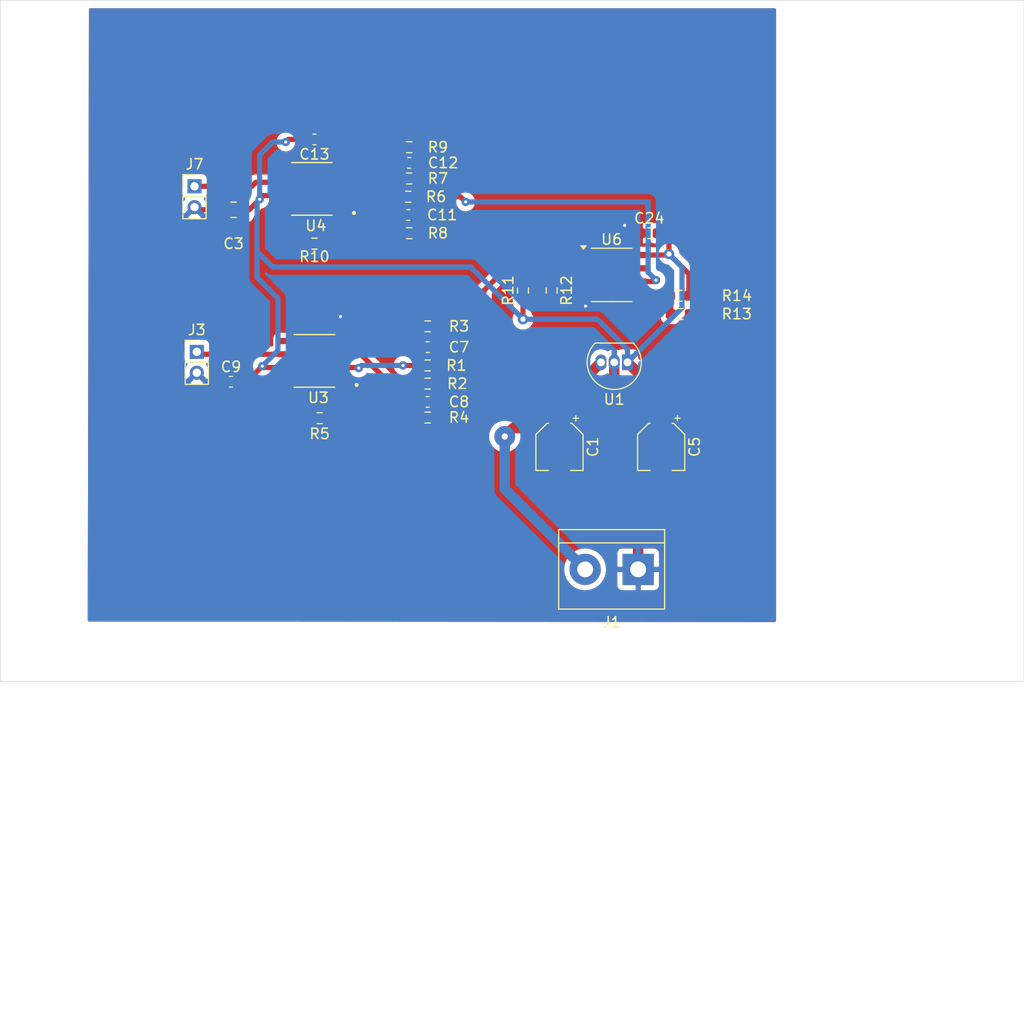
<source format=kicad_pcb>
(kicad_pcb (version 20241229) (generator "pcbnew") (generator_version "9.0")
  (layers (0 "F.Cu" signal) (2 "B.Cu" signal) (13 "F.Paste" user) (15 "B.Paste" user) (5 "F.SilkS" user "F.Silkscreen") (7 "B.SilkS" user "B.Silkscreen") (1 "F.Mask" user) (3 "B.Mask" user) (25 "Edge.Cuts" user))
  (net 0 "")
  (net 1 "GNDA")
  (net 2 "Net-(J1-Pin_2)")
  (net 3 "Net-(C7-Pad1)")
  (net 4 "Net-(C11-Pad1)")
  (net 5 "Net-(C8-Pad2)")
  (net 6 "/vs1_11")
  (net 7 "/vs2_11")
  (net 8 "/vp")
  (net 9 "Net-(C12-Pad2)")
  (net 10 "/vs1_21")
  (net 11 "/vs2_21")
  (net 12 "Net-(R5-Pad1)")
  (net 13 "Net-(R10-Pad1)")
  (net 14 "Net-(U3-V-IN)")
  (net 15 "Net-(U3-V+IN)")
  (net 16 "Net-(U4-V-IN)")
  (net 17 "Net-(U4-V+IN)")
  (net 18 "/instrumentationAmp/vo")
  (net 19 "/instrumentationAmp1/vo")
  (net 20 "/vRef1")
  (net 21 "/vRef2")
  (net 24 "/single_supply_voltage_buffer/vDiv1")
  (net 25 "/single_supply_voltage_buffer/vDiv2")
  (footprint "Resistor_SMD:R_0603_1608Metric_Pad0.98x0.95mm_HandSolder" (layer "F.Cu") (at 201.3375 65)
    (property "Reference" "R8" (at 2.75 0 0) (layer "F.SilkS"))
    (property "Value" "47")
    (fp_line (start -0.254724 -0.5225) (end 0.254724 -0.5225) (stroke (width 0.12)) (layer "F.SilkS"))
    (fp_line (start -0.254724 0.5225) (end 0.254724 0.5225) (stroke (width 0.12)) (layer "F.SilkS"))
    (pad "1" smd roundrect (at -0.9125 0) (size 0.975 0.95) (layers "F.Cu" "F.Mask" "F.Paste") (net 10 "/vs1_21"))
    (pad "2" smd roundrect (at 0.9125 0) (size 0.975 0.95) (layers "F.Cu" "F.Mask" "F.Paste") (net 4 "Net-(C11-Pad1)"))
  )
  (footprint "Resistor_SMD:R_0603_1608Metric_Pad0.98x0.95mm_HandSolder" (layer "F.Cu") (at 192.25 66)
    (property "Reference" "R10" (at 0 1.25 0) (layer "F.SilkS"))
    (property "Value" "R")
    (fp_line (start -0.254724 -0.5225) (end 0.254724 -0.5225) (stroke (width 0.12)) (layer "F.SilkS"))
    (fp_line (start -0.254724 0.5225) (end 0.254724 0.5225) (stroke (width 0.12)) (layer "F.SilkS"))
    (pad "1" smd roundrect (at -0.9125 0) (size 0.975 0.95) (layers "F.Cu" "F.Mask" "F.Paste") (net 13 "Net-(R10-Pad1)"))
    (pad "2" smd roundrect (at 0.9125 0) (size 0.975 0.95) (layers "F.Cu" "F.Mask" "F.Paste") (net 13 "Net-(R10-Pad1)"))
  )
  (footprint "Resistor_SMD:R_0603_1608Metric_Pad0.98x0.95mm_HandSolder" (layer "F.Cu") (at 201.3375 59.75 180)
    (property "Reference" "R7" (at -2.75 0 0) (layer "F.SilkS"))
    (property "Value" "1M")
    (fp_line (start -0.254724 0.5225) (end 0.254724 0.5225) (stroke (width 0.12)) (layer "F.SilkS"))
    (fp_line (start -0.254724 -0.5225) (end 0.254724 -0.5225) (stroke (width 0.12)) (layer "F.SilkS"))
    (pad "1" smd roundrect (at -0.9125 0 180) (size 0.975 0.95) (layers "F.Cu" "F.Mask" "F.Paste") (net 21 "/vRef2"))
    (pad "2" smd roundrect (at 0.9125 0 180) (size 0.975 0.95) (layers "F.Cu" "F.Mask" "F.Paste") (net 17 "Net-(U4-V+IN)"))
  )
  (footprint "Capacitor_SMD:C_0603_1608Metric_Pad1.08x0.95mm_HandSolder" (layer "F.Cu") (at 201.3375 58.25)
    (property "Reference" "C12" (at 3.25 0 0) (layer "F.SilkS"))
    (property "Value" "4.7u")
    (fp_line (start -0.146267 -0.51) (end 0.146267 -0.51) (stroke (width 0.12)) (layer "F.SilkS"))
    (fp_line (start -0.146267 0.51) (end 0.146267 0.51) (stroke (width 0.12)) (layer "F.SilkS"))
    (pad "1" smd roundrect (at -0.8625 0) (size 1.075 0.95) (layers "F.Cu" "F.Mask" "F.Paste") (net 17 "Net-(U4-V+IN)"))
    (pad "2" smd roundrect (at 0.8625 0) (size 1.075 0.95) (layers "F.Cu" "F.Mask" "F.Paste") (net 9 "Net-(C12-Pad2)"))
  )
  (footprint "MountingHole:MountingHole_3.2mm_M3" (layer "F.Cu") (at 256.1576 46.9)
    (property "Reference" "REF**" (hide yes))
    (property "Value" "MountingHole_3.2mm_M3" (hide yes))
    (pad "" np_thru_hole circle (at 0 0) (size 3.2 3.2) (drill 3.2) (layers "*.Cu" "*.Mask"))
  )
  (footprint "Capacitor_SMD:C_0603_1608Metric_Pad1.08x0.95mm_HandSolder" (layer "F.Cu") (at 224.3625 65)
    (property "Reference" "C24" (at 0 -1.43 0) (layer "F.SilkS"))
    (property "Value" "100n")
    (fp_line (start -0.146267 -0.51) (end 0.146267 -0.51) (stroke (width 0.12)) (layer "F.SilkS"))
    (fp_line (start -0.146267 0.51) (end 0.146267 0.51) (stroke (width 0.12)) (layer "F.SilkS"))
    (pad "1" smd roundrect (at -0.8625 0) (size 1.075 0.95) (layers "F.Cu" "F.Mask" "F.Paste") (net 1 "GNDA"))
    (pad "2" smd roundrect (at 0.8625 0) (size 1.075 0.95) (layers "F.Cu" "F.Mask" "F.Paste") (net 8 "/vp"))
  )
  (footprint "Connector_PinHeader_2.00mm:PinHeader_1x02_P2.00mm_Vertical" (layer "F.Cu") (at 180.97 76.385)
    (property "Reference" "J3" (at 0 -2.11 0) (layer "F.SilkS"))
    (property "Value" "Conn_01x02_Pin")
    (fp_line (start -1.11 -1.11) (end 0 -1.11) (stroke (width 0.12)) (layer "F.SilkS"))
    (fp_line (start -1.11 0) (end -1.11 -1.11) (stroke (width 0.12)) (layer "F.SilkS"))
    (fp_line (start -1.11 1) (end -1.11 3.11) (stroke (width 0.12)) (layer "F.SilkS"))
    (fp_line (start -1.11 1) (end 1.11 1) (stroke (width 0.12)) (layer "F.SilkS"))
    (fp_line (start -1.11 3.11) (end 1.11 3.11) (stroke (width 0.12)) (layer "F.SilkS"))
    (fp_line (start 1.11 1) (end 1.11 3.11) (stroke (width 0.12)) (layer "F.SilkS"))
    (pad "1" thru_hole rect (at 0 0) (size 1.35 1.35) (drill 0.8) (layers "*.Cu" "*.Mask") (net 18 "/instrumentationAmp/vo"))
    (pad "2" thru_hole circle (at 0 2) (size 1.35 1.35) (drill 0.8) (layers "*.Cu" "*.Mask") (net 1 "GNDA"))
  )
  (footprint "Capacitor_SMD:CP_Elec_4x4.5" (layer "F.Cu") (at 225.5 85.5 -90)
    (property "Reference" "C5" (at 0 -3.2 90) (layer "F.SilkS"))
    (property "Value" "10u")
    (fp_line (start -1.195563 2.26) (end 2.26 2.26) (stroke (width 0.12)) (layer "F.SilkS"))
    (fp_line (start 2.26 2.26) (end 2.26 1.06) (stroke (width 0.12)) (layer "F.SilkS"))
    (fp_line (start -2.26 1.195563) (end -1.195563 2.26) (stroke (width 0.12)) (layer "F.SilkS"))
    (fp_line (start -2.26 1.195563) (end -2.26 1.06) (stroke (width 0.12)) (layer "F.SilkS"))
    (fp_line (start -2.26 -1.195563) (end -2.26 -1.06) (stroke (width 0.12)) (layer "F.SilkS"))
    (fp_line (start -2.26 -1.195563) (end -1.195563 -2.26) (stroke (width 0.12)) (layer "F.SilkS"))
    (fp_line (start -3 -1.56) (end -2.5 -1.56) (stroke (width 0.12)) (layer "F.SilkS"))
    (fp_line (start -2.75 -1.81) (end -2.75 -1.31) (stroke (width 0.12)) (layer "F.SilkS"))
    (fp_line (start -1.195563 -2.26) (end 2.26 -2.26) (stroke (width 0.12)) (layer "F.SilkS"))
    (fp_line (start 2.26 -2.26) (end 2.26 -1.06) (stroke (width 0.12)) (layer "F.SilkS"))
    (pad "1" smd roundrect (at -1.8 0 270) (size 2.6 1.6) (layers "F.Cu" "F.Mask" "F.Paste") (roundrect_rratio 0.15625) (net 8 "/vp"))
    (pad "2" smd roundrect (at 1.8 0 270) (size 2.6 1.6) (layers "F.Cu" "F.Mask" "F.Paste") (roundrect_rratio 0.15625) (net 1 "GNDA"))
  )
  (footprint "Capacitor_SMD:C_0603_1608Metric_Pad1.08x0.95mm_HandSolder" (layer "F.Cu") (at 192.25 56 180)
    (property "Reference" "C13" (at 0 -1.43 0) (layer "F.SilkS"))
    (property "Value" "100n")
    (fp_line (start -0.146267 0.51) (end 0.146267 0.51) (stroke (width 0.12)) (layer "F.SilkS"))
    (fp_line (start -0.146267 -0.51) (end 0.146267 -0.51) (stroke (width 0.12)) (layer "F.SilkS"))
    (pad "1" smd roundrect (at -0.8625 0 180) (size 1.075 0.95) (layers "F.Cu" "F.Mask" "F.Paste") (net 1 "GNDA"))
    (pad "2" smd roundrect (at 0.8625 0 180) (size 1.075 0.95) (layers "F.Cu" "F.Mask" "F.Paste") (net 8 "/vp"))
  )
  (footprint "Resistor_SMD:R_0603_1608Metric_Pad0.98x0.95mm_HandSolder" (layer "F.Cu") (at 201.25 61.5 180)
    (property "Reference" "R6" (at -2.6625 0 0) (layer "F.SilkS"))
    (property "Value" "1M")
    (fp_line (start -0.254724 0.5225) (end 0.254724 0.5225) (stroke (width 0.12)) (layer "F.SilkS"))
    (fp_line (start -0.254724 -0.5225) (end 0.254724 -0.5225) (stroke (width 0.12)) (layer "F.SilkS"))
    (pad "1" smd roundrect (at -0.9125 0 180) (size 0.975 0.95) (layers "F.Cu" "F.Mask" "F.Paste") (net 21 "/vRef2"))
    (pad "2" smd roundrect (at 0.9125 0 180) (size 0.975 0.95) (layers "F.Cu" "F.Mask" "F.Paste") (net 16 "Net-(U4-V-IN)"))
  )
  (footprint "Resistor_SMD:R_0603_1608Metric_Pad0.98x0.95mm_HandSolder" (layer "F.Cu") (at 215 70.5 -90)
    (property "Reference" "R12" (at 0 -1.43 90) (layer "F.SilkS"))
    (property "Value" "1M")
    (fp_line (start -0.254724 0.5225) (end 0.254724 0.5225) (stroke (width 0.12)) (layer "F.SilkS"))
    (fp_line (start -0.254724 -0.5225) (end 0.254724 -0.5225) (stroke (width 0.12)) (layer "F.SilkS"))
    (pad "1" smd roundrect (at -0.9125 0 270) (size 0.975 0.95) (layers "F.Cu" "F.Mask" "F.Paste") (net 24 "/single_supply_voltage_buffer/vDiv1"))
    (pad "2" smd roundrect (at 0.9125 0 270) (size 0.975 0.95) (layers "F.Cu" "F.Mask" "F.Paste") (net 1 "GNDA"))
  )
  (footprint "Resistor_SMD:R_0603_1608Metric_Pad0.98x0.95mm_HandSolder" (layer "F.Cu") (at 192.75 82.75)
    (property "Reference" "R5" (at 0 1.5 0) (layer "F.SilkS"))
    (property "Value" "R")
    (fp_line (start -0.254724 -0.5225) (end 0.254724 -0.5225) (stroke (width 0.12)) (layer "F.SilkS"))
    (fp_line (start -0.254724 0.5225) (end 0.254724 0.5225) (stroke (width 0.12)) (layer "F.SilkS"))
    (pad "1" smd roundrect (at -0.9125 0) (size 0.975 0.95) (layers "F.Cu" "F.Mask" "F.Paste") (net 12 "Net-(R5-Pad1)"))
    (pad "2" smd roundrect (at 0.9125 0) (size 0.975 0.95) (layers "F.Cu" "F.Mask" "F.Paste") (net 12 "Net-(R5-Pad1)"))
  )
  (footprint "Resistor_SMD:R_0603_1608Metric_Pad0.98x0.95mm_HandSolder" (layer "F.Cu") (at 203.1125 82.685)
    (property "Reference" "R4" (at 3 0 0) (layer "F.SilkS"))
    (property "Value" "R")
    (fp_line (start -0.254724 -0.5225) (end 0.254724 -0.5225) (stroke (width 0.12)) (layer "F.SilkS"))
    (fp_line (start -0.254724 0.5225) (end 0.254724 0.5225) (stroke (width 0.12)) (layer "F.SilkS"))
    (pad "1" smd roundrect (at -0.9125 0) (size 0.975 0.95) (layers "F.Cu" "F.Mask" "F.Paste") (net 7 "/vs2_11"))
    (pad "2" smd roundrect (at 0.9125 0) (size 0.975 0.95) (layers "F.Cu" "F.Mask" "F.Paste") (net 5 "Net-(C8-Pad2)"))
  )
  (footprint "Connector_PinHeader_2.00mm:PinHeader_1x02_P2.00mm_Vertical" (layer "F.Cu") (at 180.75 60.5)
    (property "Reference" "J7" (at 0 -2.11 0) (layer "F.SilkS"))
    (property "Value" "Conn_01x02_Pin")
    (fp_line (start -1.11 -1.11) (end 0 -1.11) (stroke (width 0.12)) (layer "F.SilkS"))
    (fp_line (start -1.11 0) (end -1.11 -1.11) (stroke (width 0.12)) (layer "F.SilkS"))
    (fp_line (start -1.11 1) (end -1.11 3.11) (stroke (width 0.12)) (layer "F.SilkS"))
    (fp_line (start -1.11 1) (end 1.11 1) (stroke (width 0.12)) (layer "F.SilkS"))
    (fp_line (start -1.11 3.11) (end 1.11 3.11) (stroke (width 0.12)) (layer "F.SilkS"))
    (fp_line (start 1.11 1) (end 1.11 3.11) (stroke (width 0.12)) (layer "F.SilkS"))
    (pad "1" thru_hole rect (at 0 0) (size 1.35 1.35) (drill 0.8) (layers "*.Cu" "*.Mask") (net 19 "/instrumentationAmp1/vo"))
    (pad "2" thru_hole circle (at 0 2) (size 1.35 1.35) (drill 0.8) (layers "*.Cu" "*.Mask") (net 1 "GNDA"))
  )
  (footprint "Capacitor_SMD:C_0603_1608Metric_Pad1.08x0.95mm_HandSolder" (layer "F.Cu") (at 203.1125 81.185)
    (property "Reference" "C8" (at 3 0 0) (layer "F.SilkS"))
    (property "Value" "4.7u")
    (fp_line (start -0.146267 -0.51) (end 0.146267 -0.51) (stroke (width 0.12)) (layer "F.SilkS"))
    (fp_line (start -0.146267 0.51) (end 0.146267 0.51) (stroke (width 0.12)) (layer "F.SilkS"))
    (pad "1" smd roundrect (at -0.8625 0) (size 1.075 0.95) (layers "F.Cu" "F.Mask" "F.Paste") (net 15 "Net-(U3-V+IN)"))
    (pad "2" smd roundrect (at 0.8625 0) (size 1.075 0.95) (layers "F.Cu" "F.Mask" "F.Paste") (net 5 "Net-(C8-Pad2)"))
  )
  (footprint "Resistor_SMD:R_0603_1608Metric_Pad0.98x0.95mm_HandSolder" (layer "F.Cu") (at 227.3375 72.75)
    (property "Reference" "R14" (at 5.4125 -1.75 0) (layer "F.SilkS"))
    (property "Value" "1M")
    (fp_line (start -0.254724 -0.5225) (end 0.254724 -0.5225) (stroke (width 0.12)) (layer "F.SilkS"))
    (fp_line (start -0.254724 0.5225) (end 0.254724 0.5225) (stroke (width 0.12)) (layer "F.SilkS"))
    (pad "1" smd roundrect (at -0.9125 0) (size 0.975 0.95) (layers "F.Cu" "F.Mask" "F.Paste") (net 25 "/single_supply_voltage_buffer/vDiv2"))
    (pad "2" smd roundrect (at 0.9125 0) (size 0.975 0.95) (layers "F.Cu" "F.Mask" "F.Paste") (net 1 "GNDA"))
  )
  (footprint "Capacitor_SMD:C_0603_1608Metric_Pad1.08x0.95mm_HandSolder" (layer "F.Cu") (at 201.25 63.25 180)
    (property "Reference" "C11" (at -3.25 0 0) (layer "F.SilkS"))
    (property "Value" "4.7u")
    (fp_line (start -0.146267 0.51) (end 0.146267 0.51) (stroke (width 0.12)) (layer "F.SilkS"))
    (fp_line (start -0.146267 -0.51) (end 0.146267 -0.51) (stroke (width 0.12)) (layer "F.SilkS"))
    (pad "1" smd roundrect (at -0.8625 0 180) (size 1.075 0.95) (layers "F.Cu" "F.Mask" "F.Paste") (net 4 "Net-(C11-Pad1)"))
    (pad "2" smd roundrect (at 0.8625 0 180) (size 1.075 0.95) (layers "F.Cu" "F.Mask" "F.Paste") (net 16 "Net-(U4-V-IN)"))
  )
  (footprint "Package_TO_SOT_THT:TO-92_Inline" (layer "F.Cu") (at 222.27 77.39 180)
    (property "Reference" "U1" (at 1.27 -3.56 0) (layer "F.SilkS"))
    (property "Value" "L78L05_TO92")
    (fp_line (start -0.53 1.85) (end 3.07 1.85) (stroke (width 0.12)) (layer "F.SilkS"))
    (fp_arc (start 1.27 -2.6) (mid 3.672087 -0.994977) (end 3.108478 1.838478) (stroke (width 0.12)) (layer "F.SilkS"))
    (fp_arc (start -0.568478 1.838478) (mid -1.132087 -0.994977) (end 1.27 -2.6) (stroke (width 0.12)) (layer "F.SilkS"))
    (pad "1" thru_hole rect (at 0 0 180) (size 1.05 1.5) (drill 0.75) (layers "*.Cu" "*.Mask") (net 8 "/vp"))
    (pad "2" thru_hole oval (at 1.27 0 180) (size 1.05 1.5) (drill 0.75) (layers "*.Cu" "*.Mask") (net 1 "GNDA"))
    (pad "3" thru_hole oval (at 2.54 0 180) (size 1.05 1.5) (drill 0.75) (layers "*.Cu" "*.Mask") (net 2 "Net-(J1-Pin_2)"))
  )
  (footprint "Resistor_SMD:R_0603_1608Metric_Pad0.98x0.95mm_HandSolder" (layer "F.Cu") (at 227.25 71 180)
    (property "Reference" "R13" (at -5.5 -1.75 0) (layer "F.SilkS"))
    (property "Value" "1M")
    (fp_line (start -0.254724 0.5225) (end 0.254724 0.5225) (stroke (width 0.12)) (layer "F.SilkS"))
    (fp_line (start -0.254724 -0.5225) (end 0.254724 -0.5225) (stroke (width 0.12)) (layer "F.SilkS"))
    (pad "1" smd roundrect (at -0.9125 0 180) (size 0.975 0.95) (layers "F.Cu" "F.Mask" "F.Paste") (net 8 "/vp"))
    (pad "2" smd roundrect (at 0.9125 0 180) (size 0.975 0.95) (layers "F.Cu" "F.Mask" "F.Paste") (net 25 "/single_supply_voltage_buffer/vDiv2"))
  )
  (footprint "TerminalBlock:TerminalBlock_bornier-2_P5.08mm" (layer "F.Cu") (at 223.29 97.25 180)
    (property "Reference" "J1" (at 2.54 -5.08 0) (layer "F.SilkS"))
    (property "Value" "VRAW LVPos")
    (fp_line (start 7.62 3.81) (end 7.62 -3.81) (stroke (width 0.12)) (layer "F.SilkS"))
    (fp_line (start 7.62 2.54) (end -2.54 2.54) (stroke (width 0.12)) (layer "F.SilkS"))
    (fp_line (start 7.62 -3.81) (end -2.54 -3.81) (stroke (width 0.12)) (layer "F.SilkS"))
    (fp_line (start -2.54 3.81) (end 7.62 3.81) (stroke (width 0.12)) (layer "F.SilkS"))
    (fp_line (start -2.54 -3.81) (end -2.54 3.81) (stroke (width 0.12)) (layer "F.SilkS"))
    (pad "1" thru_hole rect (at 0 0 180) (size 3 3) (drill 1.52) (layers "*.Cu" "*.Mask") (net 1 "GNDA"))
    (pad "2" thru_hole circle (at 5.08 0 180) (size 3 3) (drill 1.52) (layers "*.Cu" "*.Mask") (net 2 "Net-(J1-Pin_2)"))
  )
  (footprint "INA155UA:SOIC127P599X175-8N" (layer "F.Cu") (at 192.25 77.25 180)
    (property "Reference" "U3" (at -0.385 -3.537 0) (layer "F.SilkS"))
    (property "Value" "INA155UA")
    (fp_line (start -1.95 2.525) (end 1.95 2.525) (stroke (width 0.127)) (layer "F.SilkS"))
    (fp_line (start -1.95 -2.525) (end 1.95 -2.525) (stroke (width 0.127)) (layer "F.SilkS"))
    (fp_circle (center -4.04 -2.305) (end -3.94 -2.305) (stroke (width 0.2)) (fill no) (layer "F.SilkS"))
    (pad "1" smd roundrect (at -2.47 -1.905 180) (size 1.97 0.6) (layers "F.Cu" "F.Mask" "F.Paste") (roundrect_rratio 0.125) (net 12 "Net-(R5-Pad1)"))
    (pad "2" smd roundrect (at -2.47 -0.635 180) (size 1.97 0.6) (layers "F.Cu" "F.Mask" "F.Paste") (roundrect_rratio 0.125) (net 14 "Net-(U3-V-IN)"))
    (pad "3" smd roundrect (at -2.47 0.635 180) (size 1.97 0.6) (layers "F.Cu" "F.Mask" "F.Paste") (roundrect_rratio 0.125) (net 15 "Net-(U3-V+IN)"))
    (pad "4" smd roundrect (at -2.47 1.905 180) (size 1.97 0.6) (layers "F.Cu" "F.Mask" "F.Paste") (roundrect_rratio 0.125) (net 1 "GNDA"))
    (pad "5" smd roundrect (at 2.47 1.905 180) (size 1.97 0.6) (layers "F.Cu" "F.Mask" "F.Paste") (roundrect_rratio 0.125))
    (pad "6" smd roundrect (at 2.47 0.635 180) (size 1.97 0.6) (layers "F.Cu" "F.Mask" "F.Paste") (roundrect_rratio 0.125) (net 18 "/instrumentationAmp/vo"))
    (pad "7" smd roundrect (at 2.47 -0.635 180) (size 1.97 0.6) (layers "F.Cu" "F.Mask" "F.Paste") (roundrect_rratio 0.125) (net 8 "/vp"))
    (pad "8" smd roundrect (at 2.47 -1.905 180) (size 1.97 0.6) (layers "F.Cu" "F.Mask" "F.Paste") (roundrect_rratio 0.125) (net 12 "Net-(R5-Pad1)"))
  )
  (footprint "Capacitor_SMD:C_0805_2012Metric" (layer "F.Cu") (at 184.5 62.75)
    (property "Reference" "C3" (at 0 3.25 0) (layer "F.SilkS"))
    (property "Value" "100n")
    (fp_line (start -0.261252 -0.735) (end 0.261252 -0.735) (stroke (width 0.12)) (layer "F.SilkS"))
    (fp_line (start -0.261252 0.735) (end 0.261252 0.735) (stroke (width 0.12)) (layer "F.SilkS"))
    (pad "1" smd roundrect (at -0.95 0) (size 1 1.45) (layers "F.Cu" "F.Mask" "F.Paste") (net 1 "GNDA"))
    (pad "2" smd roundrect (at 0.95 0) (size 1 1.45) (layers "F.Cu" "F.Mask" "F.Paste") (net 8 "/vp"))
  )
  (footprint "MountingHole:MountingHole_3.2mm_M3" (layer "F.Cu") (at 166.0576 46.87)
    (property "Reference" "REF**" (hide yes))
    (property "Value" "MountingHole_3.2mm_M3" (hide yes))
    (pad "" np_thru_hole circle (at 0 0) (size 3.2 3.2) (drill 3.2) (layers "*.Cu" "*.Mask"))
  )
  (footprint "Resistor_SMD:R_0603_1608Metric_Pad0.98x0.95mm_HandSolder" (layer "F.Cu") (at 212.25 70.5 90)
    (property "Reference" "R11" (at 0 -1.43 90) (layer "F.SilkS"))
    (property "Value" "1M")
    (fp_line (start -0.254724 -0.5225) (end 0.254724 -0.5225) (stroke (width 0.12)) (layer "F.SilkS"))
    (fp_line (start -0.254724 0.5225) (end 0.254724 0.5225) (stroke (width 0.12)) (layer "F.SilkS"))
    (pad "1" smd roundrect (at -0.9125 0 90) (size 0.975 0.95) (layers "F.Cu" "F.Mask" "F.Paste") (net 8 "/vp"))
    (pad "2" smd roundrect (at 0.9125 0 90) (size 0.975 0.95) (layers "F.Cu" "F.Mask" "F.Paste") (net 24 "/single_supply_voltage_buffer/vDiv1"))
  )
  (footprint "Resistor_SMD:R_0603_1608Metric_Pad0.98x0.95mm_HandSolder" (layer "F.Cu") (at 203.1125 79.435 180)
    (property "Reference" "R2" (at -2.8375 0 0) (layer "F.SilkS"))
    (property "Value" "1M")
    (fp_line (start -0.254724 0.5225) (end 0.254724 0.5225) (stroke (width 0.12)) (layer "F.SilkS"))
    (fp_line (start -0.254724 -0.5225) (end 0.254724 -0.5225) (stroke (width 0.12)) (layer "F.SilkS"))
    (pad "1" smd roundrect (at -0.9125 0 180) (size 0.975 0.95) (layers "F.Cu" "F.Mask" "F.Paste") (net 20 "/vRef1"))
    (pad "2" smd roundrect (at 0.9125 0 180) (size 0.975 0.95) (layers "F.Cu" "F.Mask" "F.Paste") (net 15 "Net-(U3-V+IN)"))
  )
  (footprint "INA155UA:SOIC127P599X175-8N" (layer "F.Cu") (at 192 60.75 180)
    (property "Reference" "U4" (at -0.385 -3.537 0) (layer "F.SilkS"))
    (property "Value" "INA155UA")
    (fp_line (start -1.95 2.525) (end 1.95 2.525) (stroke (width 0.127)) (layer "F.SilkS"))
    (fp_line (start -1.95 -2.525) (end 1.95 -2.525) (stroke (width 0.127)) (layer "F.SilkS"))
    (fp_circle (center -4.04 -2.305) (end -3.94 -2.305) (stroke (width 0.2)) (fill no) (layer "F.SilkS"))
    (pad "1" smd roundrect (at -2.47 -1.905 180) (size 1.97 0.6) (layers "F.Cu" "F.Mask" "F.Paste") (roundrect_rratio 0.125) (net 13 "Net-(R10-Pad1)"))
    (pad "2" smd roundrect (at -2.47 -0.635 180) (size 1.97 0.6) (layers "F.Cu" "F.Mask" "F.Paste") (roundrect_rratio 0.125) (net 16 "Net-(U4-V-IN)"))
    (pad "3" smd roundrect (at -2.47 0.635 180) (size 1.97 0.6) (layers "F.Cu" "F.Mask" "F.Paste") (roundrect_rratio 0.125) (net 17 "Net-(U4-V+IN)"))
    (pad "4" smd roundrect (at -2.47 1.905 180) (size 1.97 0.6) (layers "F.Cu" "F.Mask" "F.Paste") (roundrect_rratio 0.125) (net 1 "GNDA"))
    (pad "5" smd roundrect (at 2.47 1.905 180) (size 1.97 0.6) (layers "F.Cu" "F.Mask" "F.Paste") (roundrect_rratio 0.125))
    (pad "6" smd roundrect (at 2.47 0.635 180) (size 1.97 0.6) (layers "F.Cu" "F.Mask" "F.Paste") (roundrect_rratio 0.125) (net 19 "/instrumentationAmp1/vo"))
    (pad "7" smd roundrect (at 2.47 -0.635 180) (size 1.97 0.6) (layers "F.Cu" "F.Mask" "F.Paste") (roundrect_rratio 0.125) (net 8 "/vp"))
    (pad "8" smd roundrect (at 2.47 -1.905 180) (size 1.97 0.6) (layers "F.Cu" "F.Mask" "F.Paste") (roundrect_rratio 0.125) (net 13 "Net-(R10-Pad1)"))
  )
  (footprint "Capacitor_SMD:CP_Elec_4x4.5" (layer "F.Cu") (at 215.75 85.5 -90)
    (property "Reference" "C1" (at 0 -3.2 90) (layer "F.SilkS"))
    (property "Value" "10u")
    (fp_line (start -1.195563 2.26) (end 2.26 2.26) (stroke (width 0.12)) (layer "F.SilkS"))
    (fp_line (start 2.26 2.26) (end 2.26 1.06) (stroke (width 0.12)) (layer "F.SilkS"))
    (fp_line (start -2.26 1.195563) (end -1.195563 2.26) (stroke (width 0.12)) (layer "F.SilkS"))
    (fp_line (start -2.26 1.195563) (end -2.26 1.06) (stroke (width 0.12)) (layer "F.SilkS"))
    (fp_line (start -2.26 -1.195563) (end -2.26 -1.06) (stroke (width 0.12)) (layer "F.SilkS"))
    (fp_line (start -2.26 -1.195563) (end -1.195563 -2.26) (stroke (width 0.12)) (layer "F.SilkS"))
    (fp_line (start -3 -1.56) (end -2.5 -1.56) (stroke (width 0.12)) (layer "F.SilkS"))
    (fp_line (start -2.75 -1.81) (end -2.75 -1.31) (stroke (width 0.12)) (layer "F.SilkS"))
    (fp_line (start -1.195563 -2.26) (end 2.26 -2.26) (stroke (width 0.12)) (layer "F.SilkS"))
    (fp_line (start 2.26 -2.26) (end 2.26 -1.06) (stroke (width 0.12)) (layer "F.SilkS"))
    (pad "1" smd roundrect (at -1.8 0 270) (size 2.6 1.6) (layers "F.Cu" "F.Mask" "F.Paste") (roundrect_rratio 0.15625) (net 2 "Net-(J1-Pin_2)"))
    (pad "2" smd roundrect (at 1.8 0 270) (size 2.6 1.6) (layers "F.Cu" "F.Mask" "F.Paste") (roundrect_rratio 0.15625) (net 1 "GNDA"))
  )
  (footprint "Capacitor_SMD:C_0603_1608Metric_Pad1.08x0.95mm_HandSolder" (layer "F.Cu") (at 203.1125 75.935 180)
    (property "Reference" "C7" (at -3 0 0) (layer "F.SilkS"))
    (property "Value" "4.7u")
    (fp_line (start -0.146267 0.51) (end 0.146267 0.51) (stroke (width 0.12)) (layer "F.SilkS"))
    (fp_line (start -0.146267 -0.51) (end 0.146267 -0.51) (stroke (width 0.12)) (layer "F.SilkS"))
    (pad "1" smd roundrect (at -0.8625 0 180) (size 1.075 0.95) (layers "F.Cu" "F.Mask" "F.Paste") (net 3 "Net-(C7-Pad1)"))
    (pad "2" smd roundrect (at 0.8625 0 180) (size 1.075 0.95) (layers "F.Cu" "F.Mask" "F.Paste") (net 14 "Net-(U3-V-IN)"))
  )
  (footprint "MountingHole:MountingHole_3.2mm_M3" (layer "F.Cu") (at 166.5676 104.73)
    (property "Reference" "REF**" (hide yes))
    (property "Value" "MountingHole_3.2mm_M3" (hide yes))
    (pad "" np_thru_hole circle (at 0 0) (size 3.2 3.2) (drill 3.2) (layers "*.Cu" "*.Mask"))
  )
  (footprint "Resistor_SMD:R_0603_1608Metric_Pad0.98x0.95mm_HandSolder" (layer "F.Cu") (at 203.1125 73.935)
    (property "Reference" "R3" (at 3 0 0) (layer "F.SilkS"))
    (property "Value" "47")
    (fp_line (start -0.254724 -0.5225) (end 0.254724 -0.5225) (stroke (width 0.12)) (layer "F.SilkS"))
    (fp_line (start -0.254724 0.5225) (end 0.254724 0.5225) (stroke (width 0.12)) (layer "F.SilkS"))
    (pad "1" smd roundrect (at -0.9125 0) (size 0.975 0.95) (layers "F.Cu" "F.Mask" "F.Paste") (net 6 "/vs1_11"))
    (pad "2" smd roundrect (at 0.9125 0) (size 0.975 0.95) (layers "F.Cu" "F.Mask" "F.Paste") (net 3 "Net-(C7-Pad1)"))
  )
  (footprint "Capacitor_SMD:C_0603_1608Metric_Pad1.08x0.95mm_HandSolder" (layer "F.Cu") (at 184.25 79.25)
    (property "Reference" "C9" (at 0 -1.43 0) (layer "F.SilkS"))
    (property "Value" "100n")
    (fp_line (start -0.146267 -0.51) (end 0.146267 -0.51) (stroke (width 0.12)) (layer "F.SilkS"))
    (fp_line (start -0.146267 0.51) (end 0.146267 0.51) (stroke (width 0.12)) (layer "F.SilkS"))
    (pad "1" smd roundrect (at -0.8625 0) (size 1.075 0.95) (layers "F.Cu" "F.Mask" "F.Paste") (net 1 "GNDA"))
    (pad "2" smd roundrect (at 0.8625 0) (size 1.075 0.95) (layers "F.Cu" "F.Mask" "F.Paste") (net 8 "/vp"))
  )
  (footprint "Resistor_SMD:R_0603_1608Metric_Pad0.98x0.95mm_HandSolder" (layer "F.Cu") (at 201.3375 56.75)
    (property "Reference" "R9" (at 2.75 0 0) (layer "F.SilkS"))
    (property "Value" "R")
    (fp_line (start -0.254724 -0.5225) (end 0.254724 -0.5225) (stroke (width 0.12)) (layer "F.SilkS"))
    (fp_line (start -0.254724 0.5225) (end 0.254724 0.5225) (stroke (width 0.12)) (layer "F.SilkS"))
    (pad "1" smd roundrect (at -0.9125 0) (size 0.975 0.95) (layers "F.Cu" "F.Mask" "F.Paste") (net 11 "/vs2_21"))
    (pad "2" smd roundrect (at 0.9125 0) (size 0.975 0.95) (layers "F.Cu" "F.Mask" "F.Paste") (net 9 "Net-(C12-Pad2)"))
  )
  (footprint "Package_SO:SOIC-8_3.9x4.9mm_P1.27mm" (layer "F.Cu") (at 220.75 69)
    (property "Reference" "U6" (at 0 -3.4 0) (layer "F.SilkS"))
    (property "Value" "TL082")
    (fp_line (start 0 -2.56) (end -1.95 -2.56) (stroke (width 0.12)) (layer "F.SilkS"))
    (fp_line (start 0 -2.56) (end 1.95 -2.56) (stroke (width 0.12)) (layer "F.SilkS"))
    (fp_line (start 0 2.56) (end -1.95 2.56) (stroke (width 0.12)) (layer "F.SilkS"))
    (fp_line (start 0 2.56) (end 1.95 2.56) (stroke (width 0.12)) (layer "F.SilkS"))
    (fp_poly (pts (xy -2.7 -2.465) (xy -2.94 -2.795) (xy -2.46 -2.795)) (stroke (width 0.12)) (fill yes) (layer "F.SilkS"))
    (pad "1" smd roundrect (at -2.475 -1.905) (size 1.95 0.6) (layers "F.Cu" "F.Mask" "F.Paste") (net 20 "/vRef1"))
    (pad "2" smd roundrect (at -2.475 -0.635) (size 1.95 0.6) (layers "F.Cu" "F.Mask" "F.Paste") (net 20 "/vRef1"))
    (pad "3" smd roundrect (at -2.475 0.635) (size 1.95 0.6) (layers "F.Cu" "F.Mask" "F.Paste") (net 24 "/single_supply_voltage_buffer/vDiv1"))
    (pad "4" smd roundrect (at -2.475 1.905) (size 1.95 0.6) (layers "F.Cu" "F.Mask" "F.Paste") (net 1 "GNDA"))
    (pad "5" smd roundrect (at 2.475 1.905) (size 1.95 0.6) (layers "F.Cu" "F.Mask" "F.Paste") (net 25 "/single_supply_voltage_buffer/vDiv2"))
    (pad "6" smd roundrect (at 2.475 0.635) (size 1.95 0.6) (layers "F.Cu" "F.Mask" "F.Paste") (net 21 "/vRef2"))
    (pad "7" smd roundrect (at 2.475 -0.635) (size 1.95 0.6) (layers "F.Cu" "F.Mask" "F.Paste") (net 21 "/vRef2"))
    (pad "8" smd roundrect (at 2.475 -1.905) (size 1.95 0.6) (layers "F.Cu" "F.Mask" "F.Paste") (net 8 "/vp"))
  )
  (footprint "Resistor_SMD:R_0603_1608Metric_Pad0.98x0.95mm_HandSolder" (layer "F.Cu") (at 203.1125 77.685 180)
    (property "Reference" "R1" (at -2.75 0 0) (layer "F.SilkS"))
    (property "Value" "1M")
    (fp_line (start -0.254724 0.5225) (end 0.254724 0.5225) (stroke (width 0.12)) (layer "F.SilkS"))
    (fp_line (start -0.254724 -0.5225) (end 0.254724 -0.5225) (stroke (width 0.12)) (layer "F.SilkS"))
    (pad "1" smd roundrect (at -0.9125 0 180) (size 0.975 0.95) (layers "F.Cu" "F.Mask" "F.Paste") (net 20 "/vRef1"))
    (pad "2" smd roundrect (at 0.9125 0 180) (size 0.975 0.95) (layers "F.Cu" "F.Mask" "F.Paste") (net 14 "Net-(U3-V-IN)"))
  )
  (footprint "MountingHole:MountingHole_3.2mm_M3" (layer "F.Cu") (at 256.6676 104.76)
    (property "Reference" "REF**" (hide yes))
    (property "Value" "MountingHole_3.2mm_M3" (hide yes))
    (pad "" np_thru_hole circle (at 0 0) (size 3.2 3.2) (drill 3.2) (layers "*.Cu" "*.Mask"))
  )
  (gr_rect (start 162.12296 42.649986) (end 260.29296 108) (stroke (width 0.05)) (fill no) (layer "Edge.Cuts"))
  (segment (start 194.72 73.03) (end 194.75 73) (width 0.5) (layer "F.Cu") (net 1))
  (segment (start 181 62.75) (end 180.75 62.5) (width 0.5) (layer "F.Cu") (net 1))
  (segment (start 225.75 75.25) (end 221 75.25) (width 0.5) (layer "F.Cu") (net 1))
  (segment (start 223.29 89.59) (end 221 87.3) (width 1) (layer "F.Cu") (net 1))
  (segment (start 181.835 79.25) (end 180.97 78.385) (width 0.5) (layer "F.Cu") (net 1))
  (segment (start 218.275 71.975) (end 218.25 72) (width 0.5) (layer "F.Cu") (net 1))
  (segment (start 223.29 97.25) (end 223.29 89.59) (width 1) (layer "F.Cu") (net 1))
  (segment (start 216.5 71.75) (end 215.3375 71.75) (width 0.5) (layer "F.Cu") (net 1))
  (segment (start 221 87.3) (end 225.5 87.3) (width 1) (layer "F.Cu") (net 1))
  (segment (start 183.3875 79.25) (end 181.835 79.25) (width 0.5) (layer "F.Cu") (net 1))
  (segment (start 185.25 72.25) (end 183.55 70.55) (width 0.5) (layer "F.Cu") (net 1))
  (segment (start 215.3375 71.75) (end 215 71.4125) (width 0.5) (layer "F.Cu") (net 1))
  (segment (start 218.275 70.905) (end 218.275 71.975) (width 0.5) (layer "F.Cu") (net 1))
  (segment (start 194 56) (end 195 57) (width 0.5) (layer "F.Cu") (net 1))
  (segment (start 193.1125 56) (end 194 56) (width 0.5) (layer "F.Cu") (net 1))
  (segment (start 218.275 70.905) (end 218.905 70.905) (width 0.5) (layer "F.Cu") (net 1))
  (segment (start 217.345 70.905) (end 216.5 71.75) (width 0.5) (layer "F.Cu") (net 1))
  (segment (start 195 57) (end 195 58.315) (width 0.5) (layer "F.Cu") (net 1))
  (segment (start 228.25 72.75) (end 225.75 75.25) (width 0.5) (layer "F.Cu") (net 1))
  (segment (start 194.72 75.345) (end 194.72 73.03) (width 0.5) (layer "F.Cu") (net 1))
  (segment (start 215.75 87.3) (end 221 87.3) (width 1) (layer "F.Cu") (net 1))
  (segment (start 183.55 70.55) (end 183.55 62.75) (width 0.5) (layer "F.Cu") (net 1))
  (segment (start 194 72.25) (end 185.25 72.25) (width 0.5) (layer "F.Cu") (net 1))
  (segment (start 221 77.39) (end 221 87.3) (width 1) (layer "F.Cu") (net 1))
  (segment (start 218.275 70.905) (end 217.345 70.905) (width 0.5) (layer "F.Cu") (net 1))
  (segment (start 221 75.25) (end 221 77.39) (width 0.5) (layer "F.Cu") (net 1))
  (segment (start 218.905 70.905) (end 221 73) (width 0.5) (layer "F.Cu") (net 1))
  (segment (start 222.75 65) (end 222 64.25) (width 0.5) (layer "F.Cu") (net 1))
  (segment (start 195 58.315) (end 194.47 58.845) (width 0.5) (layer "F.Cu") (net 1))
  (segment (start 194.75 73) (end 194 72.25) (width 0.5) (layer "F.Cu") (net 1))
  (segment (start 221 73) (end 221 75.25) (width 0.5) (layer "F.Cu") (net 1))
  (segment (start 183.55 62.75) (end 181 62.75) (width 0.5) (layer "F.Cu") (net 1))
  (segment (start 223.5 65) (end 222.75 65) (width 0.5) (layer "F.Cu") (net 1))
  (via (at 218.25 72) (size 0.8) (drill 0.3) (layers "F.Cu" "B.Cu") (net 1))
  (via (at 194.75 73) (size 0.8) (drill 0.3) (layers "F.Cu" "B.Cu") (net 1))
  (via (at 222 64.25) (size 0.8) (drill 0.3) (layers "F.Cu" "B.Cu") (net 1))
  (segment (start 221 64.25) (end 220.5 64.75) (width 0.5) (layer "B.Cu") (net 1))
  (segment (start 220.5 69.75) (end 218.25 72) (width 0.5) (layer "B.Cu") (net 1))
  (segment (start 222 64.25) (end 221 64.25) (width 0.5) (layer "B.Cu") (net 1))
  (segment (start 220.5 64.75) (end 220.5 69.75) (width 0.5) (layer "B.Cu") (net 1))
  (segment (start 215.75 83.7) (end 211.3 83.7) (width 1) (layer "F.Cu") (net 2))
  (segment (start 211.3 83.7) (end 210.5 84.5) (width 1) (layer "F.Cu") (net 2))
  (segment (start 215.75 83.7) (end 215.75 81.37) (width 1) (layer "F.Cu") (net 2))
  (segment (start 215.75 81.37) (end 219.73 77.39) (width 1) (layer "F.Cu") (net 2))
  (via (at 210.5 84.5) (size 2) (drill 0.6) (layers "F.Cu" "B.Cu") (net 2))
  (segment (start 210.5 89.54) (end 218.21 97.25) (width 1) (layer "B.Cu") (net 2))
  (segment (start 210.5 84.5) (end 210.5 89.54) (width 1) (layer "B.Cu") (net 2))
  (segment (start 203.975 73.985) (end 204.025 73.935) (width 0.5) (layer "F.Cu") (net 3))
  (segment (start 203.975 75.935) (end 203.975 73.985) (width 0.5) (layer "F.Cu") (net 3))
  (segment (start 202.25 63.3875) (end 202.1125 63.25) (width 0.5) (layer "F.Cu") (net 4))
  (segment (start 202.25 65) (end 202.25 63.3875) (width 0.5) (layer "F.Cu") (net 4))
  (segment (start 204.025 81.235) (end 203.975 81.185) (width 0.5) (layer "F.Cu") (net 5))
  (segment (start 204.025 82.685) (end 204.025 81.235) (width 0.5) (layer "F.Cu") (net 5))
  (segment (start 228.1625 68.9125) (end 228.1625 71) (width 0.5) (layer "F.Cu") (net 8))
  (segment (start 187.365 61.385) (end 187 61.75) (width 0.5) (layer "F.Cu") (net 8))
  (segment (start 191.3875 56) (end 189.75 56) (width 0.5) (layer "F.Cu") (net 8))
  (segment (start 225.5 83.7) (end 225.5 80.62) (width 1) (layer "F.Cu") (net 8))
  (segment (start 189.75 56) (end 189.5 56.25) (width 0.5) (layer "F.Cu") (net 8))
  (segment (start 212.25 71.4125) (end 212.25 73.25) (width 0.5) (layer "F.Cu") (net 8))
  (segment (start 225.5 80.62) (end 222.27 77.39) (width 1) (layer "F.Cu") (net 8))
  (segment (start 185.45 62.75) (end 186 62.75) (width 0.5) (layer "F.Cu") (net 8))
  (segment (start 187.385 77.885) (end 187.25 77.75) (width 0.5) (layer "F.Cu") (net 8))
  (segment (start 185.75 79.25) (end 187.25 77.75) (width 0.5) (layer "F.Cu") (net 8))
  (segment (start 225.225 65) (end 225.75 65) (width 0.5) (layer "F.Cu") (net 8))
  (segment (start 189.53 61.385) (end 187.365 61.385) (width 0.5) (layer "F.Cu") (net 8))
  (segment (start 226.25 65.5) (end 226.25 67) (width 0.5) (layer "F.Cu") (net 8))
  (segment (start 226.25 67) (end 228.1625 68.9125) (width 0.5) (layer "F.Cu") (net 8))
  (segment (start 225.75 65) (end 226.25 65.5) (width 0.5) (layer "F.Cu") (net 8))
  (segment (start 185.1125 79.25) (end 185.75 79.25) (width 0.5) (layer "F.Cu") (net 8))
  (segment (start 226.155 67.095) (end 226.25 67) (width 0.5) (layer "F.Cu") (net 8))
  (segment (start 223.225 67.095) (end 226.155 67.095) (width 0.5) (layer "F.Cu") (net 8))
  (segment (start 189.78 77.885) (end 187.385 77.885) (width 0.5) (layer "F.Cu") (net 8))
  (segment (start 186 62.75) (end 187 61.75) (width 0.5) (layer "F.Cu") (net 8))
  (via (at 187 61.75) (size 0.8) (drill 0.3) (layers "F.Cu" "B.Cu") (net 8))
  (via (at 226.25 67) (size 1) (drill 0.5) (layers "F.Cu" "B.Cu") (net 8))
  (via (at 189.5 56.25) (size 0.8) (drill 0.3) (layers "F.Cu" "B.Cu") (net 8))
  (via (at 212.25 73.25) (size 1) (drill 0.5) (layers "F.Cu" "B.Cu") (net 8))
  (via (at 187.25 77.75) (size 0.8) (drill 0.3) (layers "F.Cu" "B.Cu") (net 8))
  (segment (start 187 57.5) (end 187 61.75) (width 0.5) (layer "B.Cu") (net 8))
  (segment (start 227.5 72.16) (end 222.27 77.39) (width 0.5) (layer "B.Cu") (net 8))
  (segment (start 188.25 56.25) (end 187 57.5) (width 0.5) (layer "B.Cu") (net 8))
  (segment (start 188.75 76.25) (end 188.75 71.25) (width 0.5) (layer "B.Cu") (net 8))
  (segment (start 187 61.75) (end 186.75 62) (width 0.5) (layer "B.Cu") (net 8))
  (segment (start 227.5 68.25) (end 227.5 72.16) (width 0.5) (layer "B.Cu") (net 8))
  (segment (start 226.25 67) (end 227.5 68.25) (width 0.5) (layer "B.Cu") (net 8))
  (segment (start 186.75 62) (end 186.75 66.75) (width 0.5) (layer "B.Cu") (net 8))
  (segment (start 219.38 73.25) (end 222.27 76.14) (width 0.5) (layer "B.Cu") (net 8))
  (segment (start 186.75 68.25) (end 186.75 69.25) (width 0.5) (layer "B.Cu") (net 8))
  (segment (start 222.27 76.14) (end 222.27 77.39) (width 0.5) (layer "B.Cu") (net 8))
  (segment (start 189.5 56.25) (end 188.25 56.25) (width 0.5) (layer "B.Cu") (net 8))
  (segment (start 186.75 66.75) (end 186.75 68.25) (width 0.5) (layer "B.Cu") (net 8))
  (segment (start 212.25 73.25) (end 219.38 73.25) (width 0.5) (layer "B.Cu") (net 8))
  (segment (start 212.25 73.25) (end 207.25 68.25) (width 0.5) (layer "B.Cu") (net 8))
  (segment (start 186.75 69.25) (end 188.75 71.25) (width 0.5) (layer "B.Cu") (net 8))
  (segment (start 188.25 68.25) (end 186.75 66.75) (width 0.5) (layer "B.Cu") (net 8))
  (segment (start 187.25 77.75) (end 188.75 76.25) (width 0.5) (layer "B.Cu") (net 8))
  (segment (start 207.25 68.25) (end 188.25 68.25) (width 0.5) (layer "B.Cu") (net 8))
  (segment (start 202.2 58.25) (end 202.2 56.8) (width 0.5) (layer "F.Cu") (net 9))
  (segment (start 202.2 56.8) (end 202.25 56.75) (width 0.5) (layer "F.Cu") (net 9))
  (segment (start 190.75 82.75) (end 189.75 81.75) (width 0.5) (layer "F.Cu") (net 12))
  (segment (start 195.25 82.25) (end 195.25 79.685) (width 0.5) (layer "F.Cu") (net 12))
  (segment (start 189.75 79.185) (end 189.78 79.155) (width 0.5) (layer "F.Cu") (net 12))
  (segment (start 189.75 81.75) (end 189.75 79.185) (width 0.5) (layer "F.Cu") (net 12))
  (segment (start 193.6625 82.75) (end 194.75 82.75) (width 0.5) (layer "F.Cu") (net 12))
  (segment (start 195.25 79.685) (end 194.72 79.155) (width 0.5) (layer "F.Cu") (net 12))
  (segment (start 194.75 82.75) (end 195.25 82.25) (width 0.5) (layer "F.Cu") (net 12))
  (segment (start 190.75 82.75) (end 191.8375 82.75) (width 0.5) (layer "F.Cu") (net 12))
  (segment (start 195 63.185) (end 195 64.75) (width 0.5) (layer "F.Cu") (net 13))
  (segment (start 191.3375 66) (end 190.75 66) (width 0.5) (layer "F.Cu") (net 13))
  (segment (start 194.47 62.655) (end 195 63.185) (width 0.5) (layer "F.Cu") (net 13))
  (segment (start 195 64.75) (end 193.75 66) (width 0.5) (layer "F.Cu") (net 13))
  (segment (start 189.53 64.78) (end 189.53 62.655) (width 0.5) (layer "F.Cu") (net 13))
  (segment (start 190.75 66) (end 189.53 64.78) (width 0.5) (layer "F.Cu") (net 13))
  (segment (start 193.75 66) (end 193.1625 66) (width 0.5) (layer "F.Cu") (net 13))
  (segment (start 196.45 77.885) (end 196.5 77.935) (width 0.5) (layer "F.Cu") (net 14))
  (segment (start 202.2 77.685) (end 200.75 77.685) (width 0.5) (layer "F.Cu") (net 14))
  (segment (start 202.25 77.635) (end 202.2 77.685) (width 0.5) (layer "F.Cu") (net 14))
  (segment (start 194.72 77.885) (end 196.45 77.885) (width 0.5) (layer "F.Cu") (net 14))
  (segment (start 202.25 75.935) (end 202.25 77.635) (width 0.5) (layer "F.Cu") (net 14))
  (via (at 196.5 77.935) (size 0.8) (drill 0.3) (layers "F.Cu" "B.Cu") (net 14))
  (via (at 200.75 77.685) (size 0.8) (drill 0.3) (layers "F.Cu" "B.Cu") (net 14))
  (segment (start 200.75 77.685) (end 196.75 77.685) (width 0.5) (layer "B.Cu") (net 14))
  (segment (start 196.75 77.685) (end 196.5 77.935) (width 0.5) (layer "B.Cu") (net 14))
  (segment (start 196.68 76.615) (end 194.72 76.615) (width 0.5) (layer "F.Cu") (net 15))
  (segment (start 202.25 79.485) (end 202.2 79.435) (width 0.5) (layer "F.Cu") (net 15))
  (segment (start 199.5 79.435) (end 196.68 76.615) (width 0.5) (layer "F.Cu") (net 15))
  (segment (start 202.2 79.435) (end 199.5 79.435) (width 0.5) (layer "F.Cu") (net 15))
  (segment (start 202.25 81.185) (end 202.25 79.485) (width 0.5) (layer "F.Cu") (net 15))
  (segment (start 200.3375 61.5) (end 200.3375 63.2) (width 0.5) (layer "F.Cu") (net 16))
  (segment (start 194.585 61.5) (end 194.47 61.385) (width 0.5) (layer "F.Cu") (net 16))
  (segment (start 200.3375 63.2) (end 200.3875 63.25) (width 0.5) (layer "F.Cu") (net 16))
  (segment (start 200.3375 61.5) (end 194.585 61.5) (width 0.5) (layer "F.Cu") (net 16))
  (segment (start 200.475 58.25) (end 200.475 59.7) (width 0.5) (layer "F.Cu") (net 17))
  (segment (start 200.425 59.75) (end 197.25 59.75) (width 0.5) (layer "F.Cu") (net 17))
  (segment (start 196.885 60.115) (end 194.47 60.115) (width 0.5) (layer "F.Cu") (net 17))
  (segment (start 197.25 59.75) (end 196.885 60.115) (width 0.5) (layer "F.Cu") (net 17))
  (segment (start 200.475 59.7) (end 200.425 59.75) (width 0.5) (layer "F.Cu") (net 17))
  (segment (start 189.78 76.615) (end 181.2 76.615) (width 0.5) (layer "F.Cu") (net 18))
  (segment (start 181.2 76.615) (end 180.97 76.385) (width 0.5) (layer "F.Cu") (net 18))
  (segment (start 186.25 60.5) (end 180.75 60.5) (width 0.5) (layer "F.Cu") (net 19))
  (segment (start 186.635 60.115) (end 186.25 60.5) (width 0.5) (layer "F.Cu") (net 19))
  (segment (start 189.53 60.115) (end 186.635 60.115) (width 0.5) (layer "F.Cu") (net 19))
  (segment (start 216 68) (end 216.365 68.365) (width 0.5) (layer "F.Cu") (net 20))
  (segment (start 211 68) (end 216 68) (width 0.5) (layer "F.Cu") (net 20))
  (segment (start 218.275 68.365) (end 218.275 67.095) (width 0.5) (layer "F.Cu") (net 20))
  (segment (start 204.025 77.685) (end 206.815 77.685) (width 0.5) (layer "F.Cu") (net 20))
  (segment (start 206.815 77.685) (end 208.5 76) (width 0.5) (layer "F.Cu") (net 20))
  (segment (start 204.025 77.685) (end 204.09 77.75) (width 0.5) (layer "F.Cu") (net 20))
  (segment (start 204.025 77.685) (end 204.025 79.435) (width 0.5) (layer "F.Cu") (net 20))
  (segment (start 208.5 76) (end 208.5 70.5) (width 0.5) (layer "F.Cu") (net 20))
  (segment (start 216.365 68.365) (end 218.275 68.365) (width 0.5) (layer "F.Cu") (net 20))
  (segment (start 208.5 70.5) (end 211 68) (width 0.5) (layer "F.Cu") (net 20))
  (segment (start 223.225 68.365) (end 223.225 69.635) (width 0.5) (layer "F.Cu") (net 21))
  (segment (start 224.865 69.635) (end 225 69.5) (width 0.5) (layer "F.Cu") (net 21))
  (segment (start 206.25 61.5) (end 206.75 62) (width 0.5) (layer "F.Cu") (net 21))
  (segment (start 202.1625 61.5) (end 206.25 61.5) (width 0.5) (layer "F.Cu") (net 21))
  (segment (start 202.25 59.75) (end 202.25 61.4125) (width 0.5) (layer "F.Cu") (net 21))
  (segment (start 202.25 61.4125) (end 202.1625 61.5) (width 0.5) (layer "F.Cu") (net 21))
  (segment (start 223.225 69.635) (end 224.865 69.635) (width 0.5) (layer "F.Cu") (net 21))
  (via (at 206.75 62) (size 0.8) (drill 0.3) (layers "F.Cu" "B.Cu") (net 21))
  (via (at 225 69.5) (size 0.8) (drill 0.3) (layers "F.Cu" "B.Cu") (net 21))
  (segment (start 224.25 62) (end 224.25 68.75) (width 0.5) (layer "B.Cu") (net 21))
  (segment (start 206.75 62) (end 224.25 62) (width 0.5) (layer "B.Cu") (net 21))
  (segment (start 224.25 68.75) (end 225 69.5) (width 0.5) (layer "B.Cu") (net 21))
  (segment (start 212.25 69.5875) (end 215 69.5875) (width 0.5) (layer "F.Cu") (net 24))
  (segment (start 215 69.5875) (end 218.2275 69.5875) (width 0.5) (layer "F.Cu") (net 24))
  (segment (start 218.2275 69.5875) (end 218.275 69.635) (width 0.5) (layer "F.Cu") (net 24))
  (segment (start 223.225 70.905) (end 226.2425 70.905) (width 0.5) (layer "F.Cu") (net 25))
  (segment (start 226.425 71.0875) (end 226.3375 71) (width 0.5) (layer "F.Cu") (net 25))
  (segment (start 226.425 72.75) (end 226.425 71.0875) (width 0.5) (layer "F.Cu") (net 25))
  (segment (start 226.2425 70.905) (end 226.3375 71) (width 0.5) (layer "F.Cu") (net 25))
  (zone (net 1) (net_name "GNDA") (layers "F.Cu" "B.Cu") (connect_pads (clearance 0.5)) (min_thickness 0.25) (fill yes (thermal_gap 0.5) (thermal_bridge_width 0.5))
    (polygon (pts (xy 236.51796 43.419986) (xy 236.51796 102.304105) (xy 170.512144 102.259395) (xy 170.629286 43.419986)))
  )
)
</source>
